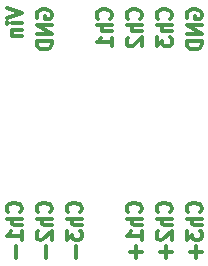
<source format=gbo>
G04 (created by PCBNEW (2013-june-11)-stable) date Thu 23 Jan 2014 03:09:13 PM PST*
%MOIN*%
G04 Gerber Fmt 3.4, Leading zero omitted, Abs format*
%FSLAX34Y34*%
G01*
G70*
G90*
G04 APERTURE LIST*
%ADD10C,0.00590551*%
%ADD11C,0.011811*%
%ADD12R,0.055X0.055*%
%ADD13C,0.055*%
G04 APERTURE END LIST*
G54D10*
G54D11*
X96154Y-36607D02*
X96178Y-36583D01*
X96202Y-36511D01*
X96202Y-36464D01*
X96178Y-36392D01*
X96130Y-36345D01*
X96083Y-36321D01*
X95988Y-36297D01*
X95916Y-36297D01*
X95821Y-36321D01*
X95773Y-36345D01*
X95726Y-36392D01*
X95702Y-36464D01*
X95702Y-36511D01*
X95726Y-36583D01*
X95750Y-36607D01*
X96202Y-36821D02*
X95702Y-36821D01*
X96202Y-37035D02*
X95940Y-37035D01*
X95892Y-37011D01*
X95869Y-36964D01*
X95869Y-36892D01*
X95892Y-36845D01*
X95916Y-36821D01*
X96202Y-37535D02*
X96202Y-37250D01*
X96202Y-37392D02*
X95702Y-37392D01*
X95773Y-37345D01*
X95821Y-37297D01*
X95845Y-37250D01*
X96011Y-37750D02*
X96011Y-38130D01*
X96202Y-37940D02*
X95821Y-37940D01*
X97154Y-36607D02*
X97178Y-36583D01*
X97202Y-36511D01*
X97202Y-36464D01*
X97178Y-36392D01*
X97130Y-36345D01*
X97083Y-36321D01*
X96988Y-36297D01*
X96916Y-36297D01*
X96821Y-36321D01*
X96773Y-36345D01*
X96726Y-36392D01*
X96702Y-36464D01*
X96702Y-36511D01*
X96726Y-36583D01*
X96750Y-36607D01*
X97202Y-36821D02*
X96702Y-36821D01*
X97202Y-37035D02*
X96940Y-37035D01*
X96892Y-37011D01*
X96869Y-36964D01*
X96869Y-36892D01*
X96892Y-36845D01*
X96916Y-36821D01*
X96750Y-37250D02*
X96726Y-37273D01*
X96702Y-37321D01*
X96702Y-37440D01*
X96726Y-37488D01*
X96750Y-37511D01*
X96797Y-37535D01*
X96845Y-37535D01*
X96916Y-37511D01*
X97202Y-37226D01*
X97202Y-37535D01*
X97011Y-37750D02*
X97011Y-38130D01*
X97202Y-37940D02*
X96821Y-37940D01*
X98154Y-36607D02*
X98178Y-36583D01*
X98202Y-36511D01*
X98202Y-36464D01*
X98178Y-36392D01*
X98130Y-36345D01*
X98083Y-36321D01*
X97988Y-36297D01*
X97916Y-36297D01*
X97821Y-36321D01*
X97773Y-36345D01*
X97726Y-36392D01*
X97702Y-36464D01*
X97702Y-36511D01*
X97726Y-36583D01*
X97750Y-36607D01*
X98202Y-36821D02*
X97702Y-36821D01*
X98202Y-37035D02*
X97940Y-37035D01*
X97892Y-37011D01*
X97869Y-36964D01*
X97869Y-36892D01*
X97892Y-36845D01*
X97916Y-36821D01*
X97702Y-37226D02*
X97702Y-37535D01*
X97892Y-37369D01*
X97892Y-37440D01*
X97916Y-37488D01*
X97940Y-37511D01*
X97988Y-37535D01*
X98107Y-37535D01*
X98154Y-37511D01*
X98178Y-37488D01*
X98202Y-37440D01*
X98202Y-37297D01*
X98178Y-37250D01*
X98154Y-37226D01*
X98011Y-37750D02*
X98011Y-38130D01*
X98202Y-37940D02*
X97821Y-37940D01*
X94154Y-36607D02*
X94178Y-36583D01*
X94202Y-36511D01*
X94202Y-36464D01*
X94178Y-36392D01*
X94130Y-36345D01*
X94083Y-36321D01*
X93988Y-36297D01*
X93916Y-36297D01*
X93821Y-36321D01*
X93773Y-36345D01*
X93726Y-36392D01*
X93702Y-36464D01*
X93702Y-36511D01*
X93726Y-36583D01*
X93750Y-36607D01*
X94202Y-36821D02*
X93702Y-36821D01*
X94202Y-37035D02*
X93940Y-37035D01*
X93892Y-37011D01*
X93869Y-36964D01*
X93869Y-36892D01*
X93892Y-36845D01*
X93916Y-36821D01*
X93702Y-37226D02*
X93702Y-37535D01*
X93892Y-37369D01*
X93892Y-37440D01*
X93916Y-37488D01*
X93940Y-37511D01*
X93988Y-37535D01*
X94107Y-37535D01*
X94154Y-37511D01*
X94178Y-37488D01*
X94202Y-37440D01*
X94202Y-37297D01*
X94178Y-37250D01*
X94154Y-37226D01*
X94011Y-37750D02*
X94011Y-38130D01*
X93154Y-36607D02*
X93178Y-36583D01*
X93202Y-36511D01*
X93202Y-36464D01*
X93178Y-36392D01*
X93130Y-36345D01*
X93083Y-36321D01*
X92988Y-36297D01*
X92916Y-36297D01*
X92821Y-36321D01*
X92773Y-36345D01*
X92726Y-36392D01*
X92702Y-36464D01*
X92702Y-36511D01*
X92726Y-36583D01*
X92750Y-36607D01*
X93202Y-36821D02*
X92702Y-36821D01*
X93202Y-37035D02*
X92940Y-37035D01*
X92892Y-37011D01*
X92869Y-36964D01*
X92869Y-36892D01*
X92892Y-36845D01*
X92916Y-36821D01*
X92750Y-37250D02*
X92726Y-37273D01*
X92702Y-37321D01*
X92702Y-37440D01*
X92726Y-37488D01*
X92750Y-37511D01*
X92797Y-37535D01*
X92845Y-37535D01*
X92916Y-37511D01*
X93202Y-37226D01*
X93202Y-37535D01*
X93011Y-37750D02*
X93011Y-38130D01*
X92154Y-36607D02*
X92178Y-36583D01*
X92202Y-36511D01*
X92202Y-36464D01*
X92178Y-36392D01*
X92130Y-36345D01*
X92083Y-36321D01*
X91988Y-36297D01*
X91916Y-36297D01*
X91821Y-36321D01*
X91773Y-36345D01*
X91726Y-36392D01*
X91702Y-36464D01*
X91702Y-36511D01*
X91726Y-36583D01*
X91750Y-36607D01*
X92202Y-36821D02*
X91702Y-36821D01*
X92202Y-37035D02*
X91940Y-37035D01*
X91892Y-37011D01*
X91869Y-36964D01*
X91869Y-36892D01*
X91892Y-36845D01*
X91916Y-36821D01*
X92202Y-37535D02*
X92202Y-37250D01*
X92202Y-37392D02*
X91702Y-37392D01*
X91773Y-37345D01*
X91821Y-37297D01*
X91845Y-37250D01*
X92011Y-37750D02*
X92011Y-38130D01*
X97726Y-30130D02*
X97702Y-30083D01*
X97702Y-30011D01*
X97726Y-29940D01*
X97773Y-29892D01*
X97821Y-29869D01*
X97916Y-29845D01*
X97988Y-29845D01*
X98083Y-29869D01*
X98130Y-29892D01*
X98178Y-29940D01*
X98202Y-30011D01*
X98202Y-30059D01*
X98178Y-30130D01*
X98154Y-30154D01*
X97988Y-30154D01*
X97988Y-30059D01*
X98202Y-30369D02*
X97702Y-30369D01*
X98202Y-30654D01*
X97702Y-30654D01*
X98202Y-30892D02*
X97702Y-30892D01*
X97702Y-31011D01*
X97726Y-31083D01*
X97773Y-31130D01*
X97821Y-31154D01*
X97916Y-31178D01*
X97988Y-31178D01*
X98083Y-31154D01*
X98130Y-31130D01*
X98178Y-31083D01*
X98202Y-31011D01*
X98202Y-30892D01*
X97154Y-30154D02*
X97178Y-30130D01*
X97202Y-30059D01*
X97202Y-30011D01*
X97178Y-29940D01*
X97130Y-29892D01*
X97083Y-29869D01*
X96988Y-29845D01*
X96916Y-29845D01*
X96821Y-29869D01*
X96773Y-29892D01*
X96726Y-29940D01*
X96702Y-30011D01*
X96702Y-30059D01*
X96726Y-30130D01*
X96750Y-30154D01*
X97202Y-30369D02*
X96702Y-30369D01*
X97202Y-30583D02*
X96940Y-30583D01*
X96892Y-30559D01*
X96869Y-30511D01*
X96869Y-30440D01*
X96892Y-30392D01*
X96916Y-30369D01*
X96702Y-30773D02*
X96702Y-31083D01*
X96892Y-30916D01*
X96892Y-30988D01*
X96916Y-31035D01*
X96940Y-31059D01*
X96988Y-31083D01*
X97107Y-31083D01*
X97154Y-31059D01*
X97178Y-31035D01*
X97202Y-30988D01*
X97202Y-30845D01*
X97178Y-30797D01*
X97154Y-30773D01*
X96154Y-30154D02*
X96178Y-30130D01*
X96202Y-30059D01*
X96202Y-30011D01*
X96178Y-29940D01*
X96130Y-29892D01*
X96083Y-29869D01*
X95988Y-29845D01*
X95916Y-29845D01*
X95821Y-29869D01*
X95773Y-29892D01*
X95726Y-29940D01*
X95702Y-30011D01*
X95702Y-30059D01*
X95726Y-30130D01*
X95750Y-30154D01*
X96202Y-30369D02*
X95702Y-30369D01*
X96202Y-30583D02*
X95940Y-30583D01*
X95892Y-30559D01*
X95869Y-30511D01*
X95869Y-30440D01*
X95892Y-30392D01*
X95916Y-30369D01*
X95750Y-30797D02*
X95726Y-30821D01*
X95702Y-30869D01*
X95702Y-30988D01*
X95726Y-31035D01*
X95750Y-31059D01*
X95797Y-31083D01*
X95845Y-31083D01*
X95916Y-31059D01*
X96202Y-30773D01*
X96202Y-31083D01*
X95154Y-30154D02*
X95178Y-30130D01*
X95202Y-30059D01*
X95202Y-30011D01*
X95178Y-29940D01*
X95130Y-29892D01*
X95083Y-29869D01*
X94988Y-29845D01*
X94916Y-29845D01*
X94821Y-29869D01*
X94773Y-29892D01*
X94726Y-29940D01*
X94702Y-30011D01*
X94702Y-30059D01*
X94726Y-30130D01*
X94750Y-30154D01*
X95202Y-30369D02*
X94702Y-30369D01*
X95202Y-30583D02*
X94940Y-30583D01*
X94892Y-30559D01*
X94869Y-30511D01*
X94869Y-30440D01*
X94892Y-30392D01*
X94916Y-30369D01*
X95202Y-31083D02*
X95202Y-30797D01*
X95202Y-30940D02*
X94702Y-30940D01*
X94773Y-30892D01*
X94821Y-30845D01*
X94845Y-30797D01*
X92726Y-30130D02*
X92702Y-30083D01*
X92702Y-30011D01*
X92726Y-29940D01*
X92773Y-29892D01*
X92821Y-29869D01*
X92916Y-29845D01*
X92988Y-29845D01*
X93083Y-29869D01*
X93130Y-29892D01*
X93178Y-29940D01*
X93202Y-30011D01*
X93202Y-30059D01*
X93178Y-30130D01*
X93154Y-30154D01*
X92988Y-30154D01*
X92988Y-30059D01*
X93202Y-30369D02*
X92702Y-30369D01*
X93202Y-30654D01*
X92702Y-30654D01*
X93202Y-30892D02*
X92702Y-30892D01*
X92702Y-31011D01*
X92726Y-31083D01*
X92773Y-31130D01*
X92821Y-31154D01*
X92916Y-31178D01*
X92988Y-31178D01*
X93083Y-31154D01*
X93130Y-31130D01*
X93178Y-31083D01*
X93202Y-31011D01*
X93202Y-30892D01*
X91702Y-29797D02*
X92202Y-29964D01*
X91702Y-30130D01*
X92202Y-30297D02*
X91869Y-30297D01*
X91702Y-30297D02*
X91726Y-30273D01*
X91750Y-30297D01*
X91726Y-30321D01*
X91702Y-30297D01*
X91750Y-30297D01*
X91869Y-30535D02*
X92202Y-30535D01*
X91916Y-30535D02*
X91892Y-30559D01*
X91869Y-30607D01*
X91869Y-30678D01*
X91892Y-30726D01*
X91940Y-30750D01*
X92202Y-30750D01*
%LPC*%
G54D12*
X95000Y-29000D03*
G54D13*
X96000Y-29000D03*
X97000Y-29000D03*
X98000Y-29000D03*
G54D12*
X96000Y-39000D03*
G54D13*
X97000Y-39000D03*
X98000Y-39000D03*
G54D12*
X92000Y-39000D03*
G54D13*
X93000Y-39000D03*
X94000Y-39000D03*
G54D12*
X92000Y-29000D03*
G54D13*
X93000Y-29000D03*
M02*

</source>
